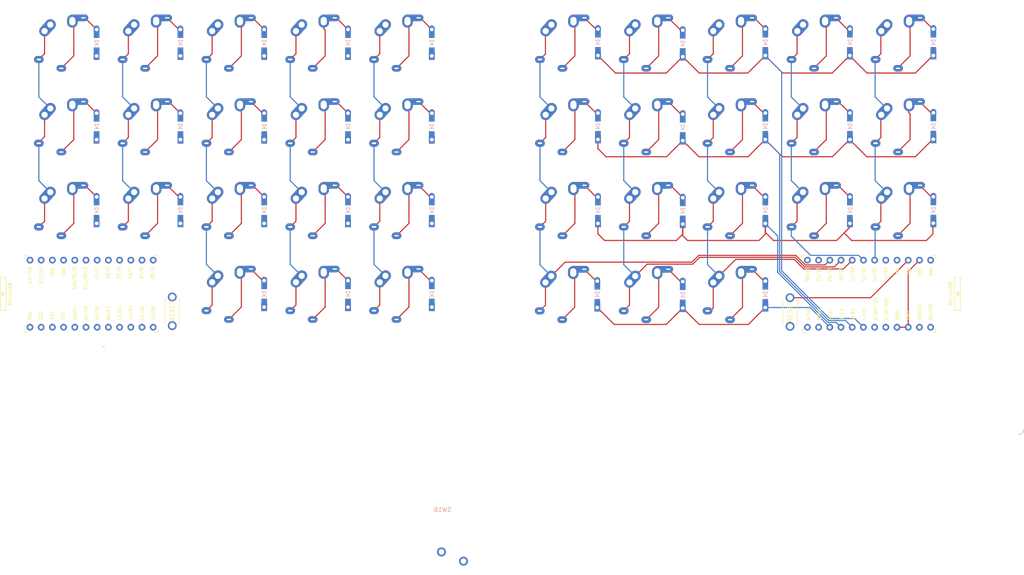
<source format=kicad_pcb>
(kicad_pcb (version 20211014) (generator pcbnew)
  (title_block (title "Corne Light") (date "2020-11-12") (rev "2.0") (company "foostan"))
  (layers (0 "F.Cu" signal) (31 "B.Cu" signal) (34 "B.Paste" user) (35 "F.Paste" user) (36 "B.SilkS" user "B.Silkscreen") (37 "F.SilkS" user "F.Silkscreen") (38 "B.Mask" user) (39 "F.Mask" user) (44 "Edge.Cuts" user))
  (net 0 "")
  (net 1 "row0")
  (net 2 "row1")
  (net 3 "Net-(D2-Pad2)")
  (net 4 "row2")
  (net 5 "Net-(D3-Pad2)")
  (net 6 "row3")
  (net 7 "Net-(D4-Pad2)")
  (net 8 "Net-(D5-Pad2)")
  (net 9 "Net-(D6-Pad2)")
  (net 10 "Net-(D8-Pad2)")
  (net 11 "Net-(D9-Pad2)")
  (net 12 "Net-(D10-Pad2)")
  (net 13 "Net-(D11-Pad2)")
  (net 14 "Net-(D12-Pad2)")
  (net 15 "Net-(D14-Pad2)")
  (net 16 "Net-(D15-Pad2)")
  (net 17 "Net-(D16-Pad2)")
  (net 18 "Net-(D17-Pad2)")
  (net 19 "Net-(D18-Pad2)")
  (net 20 "Net-(D19-Pad2)")
  (net 21 "Net-(D20-Pad2)")
  (net 22 "Net-(D21-Pad2)")
  (net 23 "GND")
  (net 24 "VCC")
  (net 25 "col0")
  (net 26 "col1")
  (net 27 "col2")
  (net 28 "col3")
  (net 29 "col4")
  (net 30 "col5")
  (net 31 "data")
  (net 32 "reset")
  (net 33 "SCL")
  (net 34 "SDA")
  (net 35 "Net-(U1-Pad14)")
  (net 36 "Net-(U1-Pad13)")
  (net 37 "Net-(U1-Pad12)")
  (net 38 "Net-(U1-Pad11)")
  (net 39 "Net-(U1-Pad24)")
  (net 40 "row0_r")
  (net 41 "Net-(D23-Pad2)")
  (net 42 "Net-(D24-Pad2)")
  (net 43 "Net-(D25-Pad2)")
  (net 44 "Net-(D26-Pad2)")
  (net 45 "Net-(D27-Pad2)")
  (net 46 "row1_r")
  (net 47 "Net-(D29-Pad2)")
  (net 48 "Net-(D30-Pad2)")
  (net 49 "Net-(D31-Pad2)")
  (net 50 "Net-(D32-Pad2)")
  (net 51 "Net-(D33-Pad2)")
  (net 52 "row2_r")
  (net 53 "Net-(D35-Pad2)")
  (net 54 "Net-(D36-Pad2)")
  (net 55 "Net-(D37-Pad2)")
  (net 56 "Net-(D38-Pad2)")
  (net 57 "Net-(D39-Pad2)")
  (net 58 "Net-(D40-Pad2)")
  (net 59 "row3_r")
  (net 60 "Net-(D41-Pad2)")
  (net 61 "Net-(D42-Pad2)")
  (net 62 "data_r")
  (net 63 "SDA_r")
  (net 64 "SCL_r")
  (net 65 "reset_r")
  (net 66 "col0_r")
  (net 67 "col1_r")
  (net 68 "col2_r")
  (net 69 "col3_r")
  (net 70 "col4_r")
  (net 71 "col5_r")
  (net 72 "Net-(U2-Pad24)")
  (net 73 "Net-(U2-Pad14)")
  (net 74 "Net-(U2-Pad13)")
  (net 75 "Net-(U2-Pad12)")
  (net 76 "Net-(U2-Pad11)")
  (net 77 "VDD")
  (net 78 "GNDA")
  (net 79 "Net-(U1-Pad1)")
  (net 80 "Net-(U2-Pad1)")
  (footprint "kbd:ResetSW_1side" (layer "F.Cu") (at 235.287089 100.0071 90)
    (fp_text reference "RSW2" hide)
    (fp_text value "SW_PUSH")
  )
  (footprint "kbd:keyswitch_cherrymx_alps_choc12_1u" (layer "F.Cu") (at 259.784847 38.795432)
    (fp_text reference "SW23" hide)
    (fp_text value "SW_PUSH" hide)
  )
  (footprint "kbd:keyswitch_cherrymx_alps_choc12_1u" (layer "F.Cu") (at 240.734847 38.795432)
    (fp_text reference "SW24" hide)
    (fp_text value "SW_PUSH" hide)
  )
  (footprint "kbd:keyswitch_cherrymx_alps_choc12_1u" (layer "F.Cu") (at 221.684847 38.795432)
    (fp_text reference "SW25" hide)
    (fp_text value "SW_PUSH" hide)
  )
  (footprint "kbd:keyswitch_cherrymx_alps_choc12_1u" (layer "F.Cu") (at 202.684847 38.795432)
    (fp_text reference "SW26" hide)
    (fp_text value "SW_PUSH" hide)
  )
  (footprint "kbd:keyswitch_cherrymx_alps_choc12_1u" (layer "F.Cu") (at 183.684847 38.795432)
    (fp_text reference "SW27" hide)
    (fp_text value "SW_PUSH" hide)
  )
  (footprint "kbd:keyswitch_cherrymx_alps_choc12_1u" (layer "F.Cu") (at 259.784847 57.795432)
    (fp_text reference "SW29" hide)
    (fp_text value "SW_PUSH" hide)
  )
  (footprint "kbd:keyswitch_cherrymx_alps_choc12_1u" (layer "F.Cu") (at 240.734847 57.795432)
    (fp_text reference "SW30" hide)
    (fp_text value "SW_PUSH" hide)
  )
  (footprint "kbd:keyswitch_cherrymx_alps_choc12_1u" (layer "F.Cu") (at 221.684847 57.795432)
    (fp_text reference "SW31" hide)
    (fp_text value "SW_PUSH" hide)
  )
  (footprint "kbd:keyswitch_cherrymx_alps_choc12_1u" (layer "F.Cu") (at 202.684847 57.795432)
    (fp_text reference "SW32" hide)
    (fp_text value "SW_PUSH" hide)
  )
  (footprint "kbd:keyswitch_cherrymx_alps_choc12_1u" (layer "F.Cu") (at 183.684847 57.795432)
    (fp_text reference "SW33" hide)
    (fp_text value "SW_PUSH" hide)
  )
  (footprint "kbd:keyswitch_cherrymx_alps_choc12_1u" (layer "F.Cu") (at 259.784847 76.795432)
    (fp_text reference "SW35" hide)
    (fp_text value "SW_PUSH" hide)
  )
  (footprint "kbd:keyswitch_cherrymx_alps_choc12_1u" (layer "F.Cu") (at 240.734847 76.795432)
    (fp_text reference "SW36" hide)
    (fp_text value "SW_PUSH" hide)
  )
  (footprint "kbd:keyswitch_cherrymx_alps_choc12_1u" (layer "F.Cu") (at 221.684847 76.795432)
    (fp_text reference "SW37" hide)
    (fp_text value "SW_PUSH" hide)
  )
  (footprint "kbd:keyswitch_cherrymx_alps_choc12_1u" (layer "F.Cu") (at 202.684847 76.795432)
    (fp_text reference "SW38" hide)
    (fp_text value "SW_PUSH" hide)
  )
  (footprint "kbd:keyswitch_cherrymx_alps_choc12_1u" (layer "F.Cu") (at 221.684847 95.845432)
    (fp_text reference "SW40" hide)
    (fp_text value "SW_PUSH" hide)
  )
  (footprint "kbd:keyswitch_cherrymx_alps_choc12_1u" (layer "F.Cu") (at 202.684847 95.845432)
    (fp_text reference "SW41" hide)
    (fp_text value "SW_PUSH" hide)
  )
  (footprint "kbd:keyswitch_cherrymx_alps_choc12_1u" (layer "F.Cu") (at 183.684847 76.795432)
    (fp_text reference "SW39" hide)
    (fp_text value "SW_PUSH" hide)
  )
  (footprint "kbd:ProMicro_v3" (layer "F.Cu") (at 77.4325 95.845432 90)
    (fp_text reference "U1" hide)
    (fp_text value "ProMicro" hide)
  )
  (footprint "kbd:ProMicro_v3" (layer "F.Cu") (at 252.6925 95.845432 -90)
    (fp_text reference "U2" hide)
    (fp_text value "ProMicro" hide)
  )
  (footprint "kbd:keyswitch_cherrymx_alps_choc12_1u" (layer "F.Cu") (at 146.0625 38.795432)
    (fp_text reference "SW6" hide)
    (fp_text value "SW_PUSH" hide)
  )
  (footprint "kbd:keyswitch_cherrymx_alps_choc12_1u" (layer "F.Cu") (at 127.0625 38.795432)
    (fp_text reference "SW5" hide)
    (fp_text value "SW_PUSH" hide)
  )
  (footprint "kbd:keyswitch_cherrymx_alps_choc12_1u" (layer "F.Cu") (at 108.0625 38.795432)
    (fp_text reference "SW4" hide)
    (fp_text value "SW_PUSH" hide)
  )
  (footprint "kbd:keyswitch_cherrymx_alps_choc12_1u" (layer "F.Cu") (at 89.0625 38.795432)
    (fp_text reference "SW3" hide)
    (fp_text value "SW_PUSH" hide)
  )
  (footprint "kbd:keyswitch_cherrymx_alps_choc12_1u" (layer "F.Cu") (at 70.0625 38.795432)
    (fp_text reference "SW2" hide)
    (fp_text value "SW_PUSH" hide)
  )
  (footprint "kbd:keyswitch_cherrymx_alps_choc12_1u" (layer "F.Cu") (at 146.0625 76.795432)
    (fp_text reference "SW18" hide)
    (fp_text value "SW_PUSH" hide)
  )
  (footprint "kbd:keyswitch_cherrymx_alps_choc12_1u" (layer "F.Cu") (at 146.0625 95.795432)
    (fp_text reference "SW21" hide)
    (fp_text value "SW_PUSH" hide)
  )
  (footprint "kbd:keyswitch_cherrymx_alps_choc12_1u" (layer "F.Cu") (at 127.0625 95.795432)
    (fp_text reference "SW20" hide)
    (fp_text value "SW_PUSH" hide)
  )
  (footprint "kbd:keyswitch_cherrymx_alps_choc12_1u" (layer "F.Cu") (at 108.0625 95.795432)
    (fp_text reference "SW19" hide)
    (fp_text value "SW_PUSH" hide)
  )
  (footprint "kbd:keyswitch_cherrymx_alps_choc12_1u" (layer "F.Cu") (at 127.0625 76.795432)
    (fp_text reference "SW17" hide)
    (fp_text value "SW_PUSH" hide)
  )
  (footprint "kbd:keyswitch_cherrymx_alps_choc12_1u" (layer "F.Cu") (at 108.0625 76.795432)
    (fp_text reference "SW16" hide)
    (fp_text value "SW_PUSH" hide)
  )
  (footprint "kbd:keyswitch_cherrymx_alps_choc12_1u" (layer "F.Cu") (at 89.0625 76.795432)
    (fp_text reference "SW15" hide)
    (fp_text value "SW_PUSH" hide)
  )
  (footprint "kbd:keyswitch_cherrymx_alps_choc12_1u" (layer "F.Cu") (at 70.0625 76.795432)
    (fp_text reference "SW14" hide)
    (fp_text value "SW_PUSH" hide)
  )
  (footprint "kbd:keyswitch_cherrymx_alps_choc12_1u" (layer "F.Cu") (at 146.0625 57.795432)
    (fp_text reference "SW12" hide)
    (fp_text value "SW_PUSH" hide)
  )
  (footprint "kbd:keyswitch_cherrymx_alps_choc12_1u" (layer "F.Cu") (at 127.0625 57.795432)
    (fp_text reference "SW11" hide)
    (fp_text value "SW_PUSH" hide)
  )
  (footprint "kbd:keyswitch_cherrymx_alps_choc12_1u" (layer "F.Cu") (at 108.0625 57.795432)
    (fp_text reference "SW10" hide)
    (fp_text value "SW_PUSH" hide)
  )
  (footprint "kbd:keyswitch_cherrymx_alps_choc12_1u" (layer "F.Cu") (at 89.0625 57.795432)
    (fp_text reference "SW9" hide)
    (fp_text value "SW_PUSH" hide)
  )
  (footprint "kbd:keyswitch_cherrymx_alps_choc12_1u" (layer "F.Cu") (at 70.0625 57.795432)
    (fp_text reference "SW8" hide)
    (fp_text value "SW_PUSH" hide)
  )
  (footprint "kbd:keyswitch_cherrymx_alps_choc12_1u" (layer "F.Cu") (at 183.634847 95.845432)
    (fp_text reference "SW42" hide)
    (fp_text value "SW_PUSH" hide)
  )
  (footprint "kbd:ResetSW_1side" (layer "F.Cu") (at 95.2125 99.845 -90)
    (fp_text reference "RSW1" hide)
    (fp_text value "SW_PUSH")
  )
  (footprint "Kailh:SW_PG1350_nonrev_DPB" (layer "F.Cu") (at 161.2525 150.645)
    (fp_text reference "SW16" hide)
    (fp_text value "SW_Push" hide)
  )
  (footprint "kbd:D3_TH_SMD_v2" (layer "B.Cu") (at 248.86826 76.895432 90)
    (fp_text reference "D36" hide)
    (fp_text value "D" hide)
  )
  (footprint "kbd:D3_TH_SMD_v2" (layer "B.Cu") (at 229.684847 76.895432 90)
    (fp_text reference "D37" hide)
    (fp_text value "D" hide)
  )
  (footprint "kbd:D3_TH_SMD_v2" (layer "B.Cu") (at 210.960896 77.045432 90)
    (fp_text reference "D38" hide)
    (fp_text value "D" hide)
  )
  (footprint "kbd:D3_TH_SMD_v2" (layer "B.Cu") (at 191.7325 76.895432 90)
    (fp_text reference "D39" hide)
    (fp_text value "D" hide)
  )
  (footprint "kbd:D3_TH_SMD_v2" (layer "B.Cu") (at 229.684847 95.980432 90)
    (fp_text reference "D40" hide)
    (fp_text value "D" hide)
  )
  (footprint "kbd:D3_TH_SMD_v2" (layer "B.Cu") (at 210.960896 96.095432 90)
    (fp_text reference "D41" hide)
    (fp_text value "D" hide)
  )
  (footprint "kbd:D3_TH_SMD_v2" (layer "B.Cu") (at 191.584847 95.980432 90)
    (fp_text reference "D42" hide)
    (fp_text value "D" hide)
  )
  (footprint "kbd:D3_TH_SMD_v2" (layer "B.Cu") (at 267.784847 38.795432 90)
    (fp_text reference "D23" hide)
    (fp_text value "D" hide)
  )
  (footprint "kbd:D3_TH_SMD_v2" (layer "B.Cu") (at 248.86826 38.795432 90)
    (fp_text reference "D24" hide)
    (fp_text value "D" hide)
  )
  (footprint "kbd:D3_TH_SMD_v2" (layer "B.Cu") (at 229.684847 38.795432 90)
    (fp_text reference "D25" hide)
    (fp_text value "D" hide)
  )
  (footprint "kbd:D3_TH_SMD_v2" (layer "B.Cu") (at 210.960896 39.045432 90)
    (fp_text reference "D26" hide)
    (fp_text value "D" hide)
  )
  (footprint "kbd:D3_TH_SMD_v2" (layer "B.Cu") (at 191.7325 38.795432 90)
    (fp_text reference "D27" hide)
    (fp_text value "D" hide)
  )
  (footprint "kbd:D3_TH_SMD_v2" (layer "B.Cu") (at 267.784847 57.795432 90)
    (fp_text reference "D29" hide)
    (fp_text value "D" hide)
  )
  (footprint "kbd:D3_TH_SMD_v2" (layer "B.Cu") (at 248.86826 57.845432 90)
    (fp_text reference "D30" hide)
    (fp_text value "D" hide)
  )
  (footprint "kbd:D3_TH_SMD_v2" (layer "B.Cu") (at 229.684847 57.845432 90)
    (fp_text reference "D31" hide)
    (fp_text value "D" hide)
  )
  (footprint "kbd:D3_TH_SMD_v2" (layer "B.Cu") (at 210.960896 58.095432 90)
    (fp_text reference "D32" hide)
    (fp_text value "D" hide)
  )
  (footprint "kbd:D3_TH_SMD_v2" (layer "B.Cu") (at 78.0625 76.885 90)
    (fp_text reference "D14" hide)
    (fp_text value "D" hide)
  )
  (footprint "kbd:D3_TH_SMD_v2" (layer "B.Cu") (at 78.0625 57.885 90)
    (fp_text reference "D8" hide)
    (fp_text value "D" hide)
  )
  (footprint "kbd:D3_TH_SMD_v2" (layer "B.Cu") (at 78.0625 38.885 90)
    (fp_text reference "D2" hide)
    (fp_text value "D" hide)
  )
  (footprint "kbd:D3_TH_SMD_v2" (layer "B.Cu") (at 191.7325 57.845432 90)
    (fp_text reference "D33" hide)
    (fp_text value "D" hide)
  )
  (footprint "kbd:D3_TH_SMD_v2" (layer "B.Cu") (at 154.0625 95.885 90)
    (fp_text reference "D21" hide)
    (fp_text value "D" hide)
  )
  (footprint "kbd:D3_TH_SMD_v2" (layer "B.Cu") (at 135.0625 95.885 90)
    (fp_text reference "D20" hide)
    (fp_text value "D" hide)
  )
  (footprint "kbd:D3_TH_SMD_v2" (layer "B.Cu") (at 116.0625 95.885 90)
    (fp_text reference "D19" hide)
    (fp_text value "D" hide)
  )
  (footprint "kbd:D3_TH_SMD_v2" (layer "B.Cu") (at 154.0625 76.885 90)
    (fp_text reference "D18" hide)
    (fp_text value "D" hide)
  )
  (footprint "kbd:D3_TH_SMD_v2" (layer "B.Cu") (at 135.0625 76.885 90)
    (fp_text reference "D17" hide)
    (fp_text value "D" hide)
  )
  (footprint "kbd:D3_TH_SMD_v2" (layer "B.Cu") (at 116.0625 76.885 90)
    (fp_text reference "D16" hide)
    (fp_text value "D" hide)
  )
  (footprint "kbd:D3_TH_SMD_v2" (layer "B.Cu") (at 97.0625 76.885 90)
    (fp_text reference "D15" hide)
    (fp_text value "D" hide)
  )
  (footprint "kbd:D3_TH_SMD_v2" (layer "B.Cu") (at 154.0625 57.885 90)
    (fp_text reference "D12" hide)
    (fp_text value "D" hide)
  )
  (footprint "kbd:D3_TH_SMD_v2" (layer "B.Cu") (at 135.0625 57.885 90)
    (fp_text reference "D11" hide)
    (fp_text value "D" hide)
  )
  (footprint "kbd:D3_TH_SMD_v2" (layer "B.Cu") (at 116.0625 57.885 90)
    (fp_text reference "D10" hide)
    (fp_text value "D" hide)
  )
  (footprint "kbd:D3_TH_SMD_v2" (layer "B.Cu") (at 97.0625 57.885 90)
    (fp_text reference "D9" hide)
    (fp_text value "D" hide)
  )
  (footprint "kbd:D3_TH_SMD_v2" (layer "B.Cu") (at 154.0625 38.885 90)
    (fp_text reference "D6" hide)
    (fp_text value "D" hide)
  )
  (footprint "kbd:D3_TH_SMD_v2" (layer "B.Cu") (at 135.0625 38.885 90)
    (fp_text reference "D5" hide)
    (fp_text value "D" hide)
  )
  (footprint "kbd:D3_TH_SMD_v2" (layer "B.Cu") (at 116.0625 38.885 90)
    (fp_text reference "D4" hide)
    (fp_text value "D" hide)
  )
  (footprint "kbd:D3_TH_SMD_v2" (layer "B.Cu") (at 97.0625 38.885 90)
    (fp_text reference "D3" hide)
    (fp_text value "D" hide)
  )
  (footprint "kbd:D3_TH_SMD_v2" (layer "B.Cu") (at 267.784847 76.845432 90)
    (fp_text reference "D35" hide)
    (fp_text value "D" hide)
  )
  (gr_line (start 288.241173 126.868249) (end 288.264033 126.644729) (layer "Edge.Cuts") (width 0.2))
  (gr_line (start 288.073533 127.277188) (end 288.177673 127.081609) (layer "Edge.Cuts") (width 0.2))
  (gr_line (start 287.933833 127.449908) (end 288.073533 127.277188) (layer "Edge.Cuts") (width 0.2))
  (gr_line (start 287.761114 127.589608) (end 287.933833 127.449908) (layer "Edge.Cuts") (width 0.2))
  (gr_line (start 287.126114 127.785188) (end 287.131194 127.785188) (layer "Edge.Cuts") (width 0.2))
  (gr_line (start 79.481319 107.782708) (end 79.595619 107.869068) (layer "Edge.Cuts") (width 0.2))
  (gr_line (start 287.131194 127.785188) (end 287.354714 127.762328) (layer "Edge.Cuts") (width 0.2))
  (gr_line (start 79.745479 107.922407) (end 79.834379 107.930027) (layer "Edge.Cuts") (width 0.2))
  (gr_line (start 288.177673 127.081609) (end 288.241173 126.868249) (layer "Edge.Cuts") (width 0.2))
  (gr_line (start 287.565534 127.696288) (end 287.761114 127.589608) (layer "Edge.Cuts") (width 0.2))
  (gr_line (start 79.595619 107.869068) (end 79.745479 107.922407) (layer "Edge.Cuts") (width 0.2))
  (gr_line (start 287.354714 127.762328) (end 287.565534 127.696288) (layer "Edge.Cuts") (width 0.2))
  (segment (start 75.0625 33.245432) (end 75.422932 33.245432) (width 0.25) (layer "F.Cu") (net 3))
  (segment (start 75.422932 33.245432) (end 78.0625 35.885) (width 0.25) (layer "F.Cu") (net 3))
  (segment (start 72.5625 33.995432) (end 72.887021 34.319953) (width 0.25) (layer "F.Cu") (net 3))
  (segment (start 72.887021 34.319953) (end 72.887021 41.870911) (width 0.25) (layer "F.Cu") (net 3))
  (segment (start 72.887021 41.870911) (end 70.0625 44.695432) (width 0.25) (layer "F.Cu") (net 3))
  (segment (start 91.887021 41.870911) (end 89.0625 44.695432) (width 0.25) (layer "F.Cu") (net 5))
  (segment (start 94.0625 33.245432) (end 96.702068 35.885) (width 0.25) (layer "F.Cu") (net 5))
  (segment (start 91.887021 34.319953) (end 91.887021 41.870911) (width 0.25) (layer "F.Cu") (net 5))
  (segment (start 96.702068 35.885) (end 97.0625 35.885) (width 0.25) (layer "F.Cu") (net 5))
  (segment (start 91.5625 33.995432) (end 91.887021 34.319953) (width 0.25) (layer "F.Cu") (net 5))
  (segment (start 110.5625 33.995432) (end 110.887021 34.319953) (width 0.25) (layer "F.Cu") (net 7))
  (segment (start 110.887021 41.870911) (end 108.0625 44.695432) (width 0.25) (layer "F.Cu") (net 7))
  (segment (start 110.887021 34.319953) (end 110.887021 41.870911) (width 0.25) (layer "F.Cu") (net 7))
  (segment (start 113.422932 33.245432) (end 116.0625 35.885) (width 0.25) (layer "F.Cu") (net 7))
  (segment (start 113.0625 33.245432) (end 113.422932 33.245432) (width 0.25) (layer "F.Cu") (net 7))
  (segment (start 129.5625 35.720432) (end 129.887021 36.044953) (width 0.25) (layer "F.Cu") (net 8))
  (segment (start 132.0625 33.245432) (end 132.422932 33.245432) (width 0.25) (layer "F.Cu") (net 8))
  (segment (start 132.422932 33.245432) (end 135.0625 35.885) (width 0.25) (layer "F.Cu") (net 8))
  (segment (start 129.887021 36.044953) (end 129.887021 41.870911) (width 0.25) (layer "F.Cu") (net 8))
  (segment (start 129.887021 41.870911) (end 127.0625 44.695432) (width 0.25) (layer "F.Cu") (net 8))
  (segment (start 129.5625 33.995432) (end 129.5625 35.720432) (width 0.25) (layer "F.Cu") (net 8))
  (segment (start 148.5625 33.995432) (end 148.887021 34.319953) (width 0.25) (layer "F.Cu") (net 9))
  (segment (start 148.887021 34.319953) (end 148.887021 41.870911) (width 0.25) (layer "F.Cu") (net 9))
  (segment (start 151.422932 33.245432) (end 154.0625 35.885) (width 0.25) (layer "F.Cu") (net 9))
  (segment (start 151.0625 33.245432) (end 151.422932 33.245432) (width 0.25) (layer "F.Cu") (net 9))
  (segment (start 148.887021 41.870911) (end 146.0625 44.695432) (width 0.25) (layer "F.Cu") (net 9))
  (segment (start 72.887021 53.319953) (end 72.887021 60.870911) (width 0.25) (layer "F.Cu") (net 10))
  (segment (start 75.422932 52.245432) (end 78.0625 54.885) (width 0.25) (layer "F.Cu") (net 10))
  (segment (start 72.887021 60.870911) (end 70.0625 63.695432) (width 0.25) (layer "F.Cu") (net 10))
  (segment (start 72.5625 52.995432) (end 72.887021 53.319953) (width 0.25) (layer "F.Cu") (net 10))
  (segment (start 75.0625 52.245432) (end 75.422932 52.245432) (width 0.25) (layer "F.Cu") (net 10))
  (segment (start 94.422932 52.245432) (end 97.0625 54.885) (width 0.25) (layer "F.Cu") (net 11))
  (segment (start 91.887021 53.319953) (end 91.887021 60.870911) (width 0.25) (layer "F.Cu") (net 11))
  (segment (start 91.5625 52.995432) (end 91.887021 53.319953) (width 0.25) (layer "F.Cu") (net 11))
  (segment (start 94.0625 52.245432) (end 94.422932 52.245432) (width 0.25) (layer "F.Cu") (net 11))
  (segment (start 91.887021 60.870911) (end 89.0625 63.695432) (width 0.25) (layer "F.Cu") (net 11))
  (segment (start 115.702068 54.885) (end 116.0625 54.885) (width 0.25) (layer "F.Cu") (net 12))
  (segment (start 113.0625 52.245432) (end 115.702068 54.885) (width 0.25) (layer "F.Cu") (net 12))
  (segment (start 110.887021 60.870911) (end 108.0625 63.695432) (width 0.25) (layer "F.Cu") (net 12))
  (segment (start 110.887021 53.319953) (end 110.887021 60.870911) (width 0.25) (layer "F.Cu") (net 12))
  (segment (start 110.5625 52.995432) (end 110.887021 53.319953) (width 0.25) (layer "F.Cu") (net 12))
  (segment (start 129.5625 52.995432) (end 129.887021 53.319953) (width 0.25) (layer "F.Cu") (net 13))
  (segment (start 129.887021 60.870911) (end 127.0625 63.695432) (width 0.25) (layer "F.Cu") (net 13))
  (segment (start 132.0625 52.245432) (end 132.422932 52.245432) (width 0.25) (layer "F.Cu") (net 13))
  (segment (start 129.887021 53.319953) (end 129.887021 60.870911) (width 0.25) (layer "F.Cu") (net 13))
  (segment (start 132.422932 52.245432) (end 135.0625 54.885) (width 0.25) (layer "F.Cu") (net 13))
  (segment (start 148.887021 53.319953) (end 148.887021 60.870911) (width 0.25) (layer "F.Cu") (net 14))
  (segment (start 148.887021 60.870911) (end 146.0625 63.695432) (width 0.25) (layer "F.Cu") (net 14))
  (segment (start 153.702068 54.885) (end 154.0625 54.885) (width 0.25) (layer "F.Cu") (net 14))
  (segment (start 151.0625 52.245432) (end 153.702068 54.885) (width 0.25) (layer "F.Cu") (net 14))
  (segment (start 148.5625 52.995432) (end 148.887021 53.319953) (width 0.25) (layer "F.Cu") (net 14))
  (segment (start 72.887021 79.870911) (end 70.0625 82.695432) (width 0.25) (layer "F.Cu") (net 15))
  (segment (start 75.422932 71.245432) (end 78.0625 73.885) (width 0.25) (layer "F.Cu") (net 15))
  (segment (start 75.0625 71.245432) (end 75.422932 71.245432) (width 0.25) (layer "F.Cu") (net 15))
  (segment (start 72.887021 72.319953) (end 72.887021 79.870911) (width 0.25) (layer "F.Cu") (net 15))
  (segment (start 72.5625 71.995432) (end 72.887021 72.319953) (width 0.25) (layer "F.Cu") (net 15))
  (segment (start 91.5625 71.995432) (end 91.887021 72.319953) (width 0.25) (layer "F.Cu") (net 16))
  (segment (start 94.0625 71.245432) (end 96.702068 73.885) (width 0.25) (layer "F.Cu") (net 16))
  (segment (start 96.702068 73.885) (end 97.0625 73.885) (width 0.25) (layer "F.Cu") (net 16))
  (segment (start 91.887021 72.319953) (end 91.887021 79.870911) (width 0.25) (layer "F.Cu") (net 16))
  (segment (start 91.887021 79.870911) (end 89.0625 82.695432) (width 0.25) (layer "F.Cu") (net 16))
  (segment (start 113.0625 71.245432) (end 113.422932 71.245432) (width 0.25) (layer "F.Cu") (net 17))
  (segment (start 110.887021 79.870911) (end 108.0625 82.695432) (width 0.25) (layer "F.Cu") (net 17))
  (segment (start 113.422932 71.245432) (end 116.0625 73.885) (width 0.25) (layer "F.Cu") (net 17))
  (segment (start 110.5625 71.995432) (end 110.887021 72.319953) (width 0.25) (layer "F.Cu") (net 17))
  (segment (start 110.887021 72.319953) (end 110.887021 79.870911) (width 0.25) (layer "F.Cu") (net 17))
  (segment (start 132.0625 71.245432) (end 132.422932 71.245432) (width 0.25) (layer "F.Cu") (net 18))
  (segment (start 129.5625 71.995432) (end 129.887021 72.319953) (width 0.25) (layer "F.Cu") (net 18))
  (segment (start 129.887021 79.870911) (end 127.0625 82.695432) (width 0.25) (layer "F.Cu") (net 18))
  (segment (start 129.887021 72.319953) (end 129.887021 79.870911) (width 0.25) (layer "F.Cu") (net 18))
  (segment (start 132.422932 71.245432) (end 135.0625 73.885) (width 0.25) (layer "F.Cu") (net 18))
  (segment (start 151.0625 71.245432) (end 153.702068 73.885) (width 0.25) (layer "F.Cu") (net 19))
  (segment (start 148.887021 79.870911) (end 146.0625 82.695432) (width 0.25) (layer "F.Cu") (net 19))
  (segment (start 148.5625 71.995432) (end 148.887021 72.319953) (width 0.25) (layer "F.Cu") (net 19))
  (segment (start 153.702068 73.885) (end 154.0625 73.885) (width 0.25) (layer "F.Cu") (net 19))
  (segment (start 148.887021 72.319953) (end 148.887021 79.870911) (width 0.25) (layer "F.Cu") (net 19))
  (segment (start 110.5625 90.995432) (end 110.887021 91.319953) (width 0.25) (layer "F.Cu") (net 20))
  (segment (start 113.0625 90.245432) (end 115.702068 92.885) (width 0.25) (layer "F.Cu") (net 20))
  (segment (start 115.702068 92.885) (end 116.0625 92.885) (width 0.25) (layer "F.Cu") (net 20))
  (segment (start 110.887021 91.319953) (end 110.887021 98.870911) (width 0.25) (layer "F.Cu") (net 20))
  (segment (start 110.887021 98.870911) (end 108.0625 101.695432) (width 0.25) (layer "F.Cu") (net 20))
  (segment (start 129.887021 91.319953) (end 129.887021 98.870911) (width 0.25) (layer "F.Cu") (net 21))
  (segment (start 132.422932 90.245432) (end 135.0625 92.885) (width 0.25) (layer "F.Cu") (net 21))
  (segment (start 129.5625 90.995432) (end 129.887021 91.319953) (width 0.25) (layer "F.Cu") (net 21))
  (segment (start 129.887021 98.870911) (end 127.0625 101.695432) (width 0.25) (layer "F.Cu") (net 21))
  (segment (start 132.0625 90.245432) (end 132.422932 90.245432) (width 0.25) (layer "F.Cu") (net 21))
  (segment (start 153.702068 92.885) (end 154.0625 92.885) (width 0.25) (layer "F.Cu") (net 22))
  (segment (start 148.887021 98.870911) (end 146.0625 101.695432) (width 0.25) (layer "F.Cu") (net 22))
  (segment (start 151.0625 90.245432) (end 153.702068 92.885) (width 0.25) (layer "F.Cu") (net 22))
  (segment (start 148.5625 90.995432) (end 148.887021 91.319953) (width 0.25) (layer "F.Cu") (net 22))
  (segment (start 148.887021 91.319953) (end 148.887021 98.870911) (width 0.25) (layer "F.Cu") (net 22))
  (segment (start 66.2625 60.215) (end 64.7325 61.745) (width 0.25) (layer "F.Cu") (net 26))
  (segment (start 66.2625 41.395432) (end 64.9625 42.695432) (width 0.25) (layer "F.Cu") (net 26))
  (segment (start 66.2625 79.395432) (end 64.9625 80.695432) (width 0.25) (layer "F.Cu") (net 26))
  (segment (start 66.2625 55.245432) (end 66.2625 60.215) (width 0.25) (layer "F.Cu") (net 26))
  (segment (start 66.2625 74.245432) (end 66.2625 79.395432) (width 0.25) (layer "F.Cu") (net 26))
  (segment (start 66.2625 36.245432) (end 66.2625 41.395432) (width 0.25) (layer "F.Cu") (net 26))
  (segment (start 64.9625 70.195432) (end 67.5625 72.795432) (width 0.25) (layer "B.Cu") (net 26))
  (segment (start 64.9625 51.195432) (end 67.5625 53.795432) (width 0.25) (layer "B.Cu") (net 26))
  (segment (start 64.9625 61.695432) (end 64.9625 70.195432) (width 0.25) (layer "B.Cu") (net 26))
  (segment (start 64.9625 42.695432) (end 64.9625 51.195432) (width 0.25) (layer "B.Cu") (net 26))
  (segment (start 85.2625 79.395432) (end 83.9625 80.695432) (width 0.25) (layer "F.Cu") (net 27))
  (segment (start 85.2625 74.245432) (end 85.2625 79.395432) (width 0.25) (layer "F.Cu") (net 27))
  (segment (start 85.2625 60.395432) (end 83.9625 61.695432) (width 0.25) (layer "F.Cu") (net 27))
  (segment (start 85.2625 41.395432) (end 83.9625 42.695432) (width 0.25) (layer "F.Cu") (net 27))
  (segment (start 85.2625 55.245432) (end 85.2625 60.395432) (width 0.25) (layer "F.Cu") (net 27))
  (segment (start 85.2625 36.245432) (end 85.2625 41.395432) (width 0.25) (layer "F.Cu") (net 27))
  (segment (start 83.9625 61.695432) (end 83.9625 70.195432) (width 0.25) (layer "B.Cu") (net 27))
  (segment (start 83.9625 70.195432) (end 86.5625 72.795432) (width 0.25) (layer "B.Cu") (net 27))
  (segment (start 83.9625 42.695432) (end 83.9625 51.195432) (width 0.25) (layer "B.Cu") (net 27))
  (segment (start 83.9625 51.195432) (end 86.5625 53.795432) (width 0.25) (layer "B.Cu") (net 27))
  (segment (start 104.2625 55.245432) (end 104.2625 60.395432) (width 0.25) (layer "F.Cu") (net 28))
  (segment (start 104.2625 60.395432) (end 102.9625 61.695432) (width 0.25) (layer "F.Cu") (net 28))
  (segment (start 104.2625 41.395432) (end 102.9625 42.695432) (width 0.25) (layer "F.Cu") (net 28))
  (segment (start 104.2625 74.245432) (end 104.2625 79.395432) (width 0.25) (layer "F.Cu") (net 28))
  (segment (start 104.2625 79.395432) (end 102.9625 80.695432) (width 0.25) (layer "F.Cu") (net 28))
  (segment (start 104.2625 98.395432) (end 102.9625 99.695432) (width 0.25) (layer "F.Cu") (net 28))
  (segment (start 104.2625 93.245432) (end 104.2625 98.395432) (width 0.25) (layer "F.Cu") (net 28))
  (segment (start 104.2625 36.245432) (end 104.2625 41.395432) (width 0.25) (layer "F.Cu") (net 28))
  (segment (start 102.9625 89.195432) (end 105.5625 91.795432) (width 0.25) (layer "B.Cu") (net 28))
  (segment (start 102.9625 51.195432) (end 105.5625 53.795432) (width 0.25) (layer "B.Cu") (net 28))
  (segment (start 102.9625 80.695432) (end 102.9625 89.195432) (width 0.25) (layer "B.Cu") (net 28))
  (segment (start 102.9625 42.695432) (end 102.9625 51.195432) (width 0.25) (layer "B.Cu") (net 28))
  (segment (start 102.9625 70.195432) (end 105.5625 72.795432) (width 0.25) (layer "B.Cu") (net 28))
  (segment (start 102.9625 61.695432) (end 102.9625 70.195432) (width 0.25) (layer "B.Cu") (net 28))
  (segment (start 123.2625 60.395432) (end 121.9625 61.695432) (width 0.25) (layer "F.Cu") (net 29))
  (segment (start 123.2625 98.395432) (end 121.9625 99.695432) (width 0.25) (layer "F.Cu") (net 29))
  (segment (start 123.2625 41.395432) (end 121.9625 42.695432) (width 0.25) (layer "F.Cu") (net 29))
  (segment (start 123.2625 79.395432) (end 121.9625 80.695432) (width 0.25) (layer "F.Cu") (net 29))
  (segment (start 123.2625 93.245432) (end 123.2625 98.395432) (width 0.25) (layer "F.Cu") (net 29))
  (segment (start 123.2625 74.245432) (end 123.2625 79.395432) (width 0.25) (layer "F.Cu") (net 29))
  (segment (start 123.2625 36.245432) (end 123.2625 41.395432) (width 0.25) (layer "F.Cu") (net 29))
  (segment (start 123.2625 55.245432) (end 123.2625 60.395432) (width 0.25) (layer "F.Cu") (net 29))
  (segment (start 121.9625 51.195432) (end 124.5625 53.795432) (width 0.25) (layer "B.Cu") (net 29))
  (segment (start 121.9625 70.195432) (end 124.5625 72.795432) (width 0.25) (layer "B.Cu") (net 29))
  (segment (start 121.9625 89.195432) (end 124.5625 91.795432) (width 0.25) (layer "B.Cu") (net 29))
  (segment (start 121.9625 42.695432) (end 121.9625 51.195432) (width 0.25) (layer "B.Cu") (net 29))
  (segment (start 121.9625 61.695432) (end 121.9625 70.195432) (width 0.25) (layer "B.Cu") (net 29))
  (segment (start 121.9625 80.695432) (end 121.9625 89.195432) (width 0.25) (layer "B.Cu") (net 29))
  (segment (start 142.2625 98.395432) (end 140.9625 99.695432) (width 0.25) (layer "F.Cu") (net 30))
  (segment (start 142.2625 74.245432) (end 142.2625 79.395432) (width 0.25) (layer "F.Cu") (net 30))
  (segment (start 142.2625 60.395432) (end 140.9625 61.695432) (width 0.25) (layer "F.Cu") (net 30))
  (segment (start 142.2625 79.395432) (end 140.9625 80.695432) (width 0.25) (layer "F.Cu") (net 30))
  (segment (start 142.2625 41.395432) (end 140.9625 42.695432) (width 0.25) (layer "F.Cu") (net 30))
  (segment (start 142.2625 93.245432) (end 142.2625 98.395432) (width 0.25) (layer "F.Cu") (net 30))
  (segment (start 142.2625 36.245432) (end 142.2625 41.395432) (width 0.25) (layer "F.Cu") (net 30))
  (segment (start 142.2625 55.245432) (end 142.2625 60.395432) (width 0.25) (layer "F.Cu") (net 30))
  (segment (start 140.9625 61.695432) (end 140.9625 70.195432) (width 0.25) (layer "B.Cu") (net 30))
  (segment (start 140.9625 42.695432) (end 140.9625 51.195432) (width 0.25) (layer "B.Cu") (net 30))
  (segment (start 140.9625 80.695432) (end 140.9625 89.195432) (width 0.25) (layer "B.Cu") (net 30))
  (segment (start 140.9625 51.195432) (end 143.5625 53.795432) (width 0.25) (layer "B.Cu") (net 30))
  (segment (start 140.9625 89.195432) (end 143.5625 91.795432) (width 0.25) (layer "B.Cu") (net 30))
  (segment (start 140.9625 70.195432) (end 143.5625 72.795432) (width 0.25) (layer "B.Cu") (net 30))
  (segment locked (start 244.84374 45.769952) (end 233.609367 45.769952) (width 0.25) (layer "F.Cu") (net 40))
  (segment locked (start 263.710327 45.769952) (end 252.74278 45.769952) (width 0.25) (layer "F.Cu") (net 40))
  (segment locked (start 210.960896 42.045432) (end 207.236376 45.769952) (width 0.25) (layer "F.Cu") (net 40))
  (segment locked (start 252.74278 45.769952) (end 248.76826 41.795432) (width 0.25) (layer "F.Cu") (net 40))
  (segment locked (start 214.685416 45.769952) (end 210.960896 42.045432) (width 0.25) (layer "F.Cu") (net 40))
  (segment locked (start 207.236376 45.769952) (end 195.70702 45.769952) (width 0.25) (layer "F.Cu") (net 40))
  (segment locked (start 225.710327 45.769952) (end 214.685416 45.769952) (width 0.25) (layer "F.Cu") (net 40))
  (segment locked (start 248.81826 41.795432) (end 244.84374 45.769952) (width 0.25) (layer "F.Cu") (net 40))
  (segment locked (start 233.609367 45.769952) (end 229.634847 41.795432) (width 0.25) (layer "F.Cu") (net 40))
  (segment locked (start 195.70702 45.769952) (end 191.7325 41.795432) (width 0.25) (layer "F.Cu") (net 40))
  (segment locked (start 267.684847 41.795432) (end 263.710327 45.769952) (width 0.25) (layer "F.Cu") (net 40))
  (segment locked (start 229.684847 41.795432) (end 225.710327 45.769952) (width 0.25) (layer "F.Cu") (net 40))
  (segment locked (start 233.431997 90.671175) (end 244.232103 101.471281) (width 0.25) (layer "B.Cu") (net 40))
  (segment locked (start 229.634847 41.795432) (end 233.381997 45.542582) (width 0.25) (layer "B.Cu") (net 40))
  (segment locked (start 233.381997 45.542582) (end 233.381997 90.671175) (width 0.25) (layer "B.Cu") (net 40))
  (segment locked (start 249.944949 101.471281) (end 251.9305 103.456832) (width 0.25) (layer "B.Cu") (net 40))
  (segment locked (start 244.232103 101.471281) (end 249.944949 101.471281) (width 0.25) (layer "B.Cu") (net 40))
  (segment locked (start 262.509368 41.870911) (end 259.684847 44.695432) (width 0.25) (layer "F.Cu") (net 41))
  (segment locked (start 264.684847 33.245432) (end 265.134847 33.245432) (width 0.25) (layer "F.Cu") (net 41))
  (segment locked (start 265.134847 33.245432) (end 267.684847 35.795432) (width 0.25) (layer "F.Cu") (net 41))
  (segment locked (start 262.509368 34.319953) (end 262.509368 41.870911) (width 0.25) (layer "F.Cu") (net 41))
  (segment locked (start 262.184847 33.995432) (end 262.509368 34.319953) (width 0.25) (layer "F.Cu") (net 41))
  (segment locked (start 243.509368 41.870911) (end 240.684847 44.695432) (width 0.25) (layer "F.Cu") (net 42))
  (segment locked (start 243.509368 34.319953) (end 243.509368 41.870911) (width 0.25) (layer "F.Cu") (net 42))
  (segment locked (start 245.684847 33.245432) (end 248.234847 35.795432) (width 0.25) (layer "F.Cu") (net 42))
  (segment locked (start 243.184847 33.995432) (end 243.509368 34.319953) (width 0.25) (layer "F.Cu") (net 42))
  (segment locked (start 248.234847 35.795432) (end 248.81826 35.795432) (width 0.25) (layer "F.Cu") (net 42))
  (segment locked (start 227.134847 33.245432) (end 229.684847 35.795432) (width 0.25) (layer "F.Cu") (net 43))
  (segment locked (start 224.509368 34.319953) (end 224.509368 41.870911) (width 0.25) (layer "F.Cu") (net 43))
  (segment locked (start 224.184847 33.995432) (end 224.509368 34.319953) (width 0.25) (layer "F.Cu") (net 43))
  (segment locked (start 226.684847 33.245432) (end 227.134847 33.245432) (width 0.25) (layer "F.Cu") (net 43))
  (segment locked (start 224.509368 41.870911) (end 221.684847 44.695432) (width 0.25) (layer "F.Cu") (net 43))
  (segment locked (start 205.509368 34.319953) (end 205.509368 41.870911) (width 0.25) (layer "F.Cu") (net 44))
  (segment locked (start 207.684847 33.245432) (end 210.484847 36.045432) (width 0.25) (layer "F.Cu") (net 44))
  (segment locked (start 205.184847 33.995432) (end 205.509368 34.319953) (width 0.25) (layer "F.Cu") (net 44))
  (segment locked (start 210.484847 36.045432) (end 210.960896 36.045432) (width 0.25) (layer "F.Cu") (net 44))
  (segment locked (start 205.509368 41.870911) (end 202.684847 44.695432) (width 0.25) (layer "F.Cu") (net 44))
  (segment locked (start 186.509368 34.319953) (end 186.509368 41.870911) (width 0.25) (layer "F.Cu") (net 45))
  (segment locked (start 190.984847 35.545432) (end 191.7325 35.545432) (width 0.25) (layer "F.Cu") (net 45))
  (segment locked (start 188.684847 33.245432) (end 190.984847 35.545432) (width 0.25) (layer "F.Cu") (net 45))
  (segment locked (start 186.509368 41.870911) (end 183.684847 44.695432) (width 0.25) (layer "F.Cu") (net 45))
  (segment locked (start 186.184847 33.995432) (end 186.509368 34.319953) (width 0.25) (layer "F.Cu") (net 45))
  (segment locked (start 207.286376 64.769952) (end 210.960896 61.095432) (width 0.25) (layer "F.Cu") (net 46))
  (segment locked (start 233.559367 64.769952) (end 244.89374 64.769952) (width 0.25) (layer "F.Cu") (net 46))
  (segment locked (start 193.56953 64.769952) (end 207.286376 64.769952) (width 0.25) (layer "F.Cu") (net 46))
  (segment locked (start 252.69278 64.769952) (end 263.710327 64.769952) (width 0.25) (layer "F.Cu") (net 46))
  (segment locked (start 248.76826 60.845432) (end 252.69278 64.769952) (width 0.25) (layer "F.Cu") (net 46))
  (segment locked (start 229.634847 60.845432) (end 233.559367 64.769952) (width 0.25) (layer "F.Cu") (net 46))
  (segment locked (start 225.760327 64.769952) (end 229.684847 60.845432) (width 0.25) (layer "F.Cu") (net 46))
  (segment locked (start 191.7325 62.932922) (end 193.56953 64.769952) (width 0.25) (layer "F.Cu") (net 46))
  (segment locked (start 263.710327 64.769952) (end 267.684847 60.795432) (width 0.25) (layer "F.Cu") (net 46))
  (segment locked (start 210.960896 61.095432) (end 214.635416 64.769952) (width 0.25) (layer "F.Cu") (net 46))
  (segment locked (start 244.89374 64.769952) (end 248.81826 60.845432) (width 0.25) (layer "F.Cu") (net 46))
  (segment locked (start 214.635416 64.769952) (end 225.760327 64.769952) (width 0.25) (layer "F.Cu") (net 46))
  (segment locked (start 191.7325 60.845432) (end 191.7325 62.932922) (width 0.25) (layer "F.Cu") (net 46))
  (segment locked (start 232.932477 64.143062) (end 232.932477 90.857373) (width 0.25) (layer "B.Cu") (net 46))
  (segment locked (start 229.634847 60.845432) (end 232.932477 64.143062) (width 0.25) (layer "B.Cu") (net 46))
  (segment locked (start 247.854469 101.920801) (end 249.3905 103.456832) (width 0.25) (layer "B.Cu") (net 46))
  (segment locked (start 232.982477 90.857373) (end 244.045905 101.920801) (width 0.25) (layer "B.Cu") (net 46))
  (segment locked (start 244.045905 101.920801) (end 247.854469 101.920801) (width 0.25) (layer "B.Cu") (net 46))
  (segment locked (start 262.184847 52.995432) (end 262.184847 54.720432) (width 0.25) (layer "F.Cu") (net 47))
  (segment locked (start 267.234847 54.795432) (end 267.684847 54.795432) (width 0.25) (layer "F.Cu") (net 47))
  (segment locked (start 264.684847 52.245432) (end 267.234847 54.795432) (width 0.25) (layer "F.Cu") (net 47))
  (segment locked (start 262.509368 55.044953) (end 262.509368 60.870911) (width 0.25) (layer "F.Cu") (net 47))
  (segment locked (start 262.184847 54.720432) (end 262.509368 55.044953) (width 0.25) (layer "F.Cu") (net 47))
  (segment locked (start 262.509368 60.870911) (end 259.684847 63.695432) (width 0.25) (layer "F.Cu") (net 47))
  (segment locked (start 246.21826 52.245432) (end 248.81826 54.845432) (width 0.25) (layer "F.Cu") (net 48))
  (segment locked (start 243.184847 52.995432) (end 243.509368 53.319953) (width 0.25) (layer "F.Cu") (net 48))
  (segment locked (start 243.509368 53.319953) (end 243.509368 60.870911) (width 0.25) (layer "F.Cu") (net 48))
  (segment locked (start 243.509368 60.870911) (end 240.684847 63.695432) (width 0.25) (layer "F.Cu") (net 48))
  (segment locked (start 245.684847 52.245432) (end 246.21826 52.245432) (width 0.25) (layer "F.Cu") (net 48))
  (segment locked (start 229.284847 54.845432) (end 229.684847 54.845432) (width 0.25) (layer "F.Cu") (net 49))
  (segment locked (start 224.509368 60.870911) (end 221.684847 63.695432) (width 0.25) (layer "F.Cu") (net 49))
  (segment locked (start 224.509368 53.319953) (end 224.509368 60.870911) (width 0.25) (layer "F.Cu") (net 49))
  (segment locked (start 224.184847 52.995432) (end 224.509368 53.319953) (width 0.25) (layer "F.Cu") (net 49))
  (segment locked (start 226.684847 52.245432) (end 229.284847 54.845432) (width 0.25) (layer "F.Cu") (net 49))
  (segment locked (start 207.684847 52.245432) (end 210.534847 55.095432) (width 0.25) (layer "F.Cu") (net 50))
  (segment locked (start 205.509368 60.870911) (end 202.684847 63.695432) (width 0.25) (layer "F.Cu") (net 50))
  (segment locked (start 205.184847 52.995432) (end 205.509368 53.319953) (width 0.25) (layer "F.Cu") (net 50))
  (segment locked (start 205.509368 53.319953) (end 205.509368 60.870911) (width 0.25) (layer "F.Cu") (net 50))
  (segment locked (start 210.534847 55.095432) (end 210.960896 55.095432) (width 0.25) (layer "F.Cu") (net 50))
  (segment locked (start 191.284847 54.845432) (end 191.7325 54.845432) (width 0.25) (layer "F.Cu") (net 51))
  (segment locked (start 186.184847 52.995432) (end 186.509368 53.319953) (width 0.25) (layer "F.Cu") (net 51))
  (segment locked (start 186.509368 53.319953) (end 186.509368 60.870911) (width 0.25) (layer "F.Cu") (net 51))
  (segment locked (start 186.509368 60.870911) (end 183.684847 63.695432) (width 0.25) (layer "F.Cu") (net 51))
  (segment locked (start 188.684847 52.245432) (end 191.284847 54.845432) (width 0.25) (layer "F.Cu") (net 51))
  (segment locked (start 210.960896 82.321556) (end 210.960896 80.045432) (width 0.25) (layer "F.Cu") (net 52))
  (segment locked (start 231.487452 83.769952) (end 245.857548 83.769952) (width 0.25) (layer "F.Cu") (net 52))
  (segment locked (start 245.857548 83.769952) (end 248.81826 80.80924) (width 0.25) (layer "F.Cu") (net 52))
  (segment locked (start 229.684847 81.917347) (end 231.537452 83.769952) (width 0.25) (layer "F.Cu") (net 52))
  (segment locked (start 248.81826 79.895432) (end 248.81826 80.78076) (width 0.25) (layer "F.Cu") (net 52))
  (segment locked (start 248.81826 80.80924) (end 248.81826 79.895432) (width 0.25) (layer "F.Cu") (net 52))
  (segment locked (start 249.217452 83.769952) (end 266.213938 83.769952) (width 0.25) (layer "F.Cu") (net 52))
  (segment locked (start 210.960896 82.678348) (end 212.0525 83.769952) (width 0.25) (layer "F.Cu") (net 52))
  (segment locked (start 193.252236 83.769952) (end 209.5125 83.769952) (width 0.25) (layer "F.Cu") (net 52))
  (segment locked (start 209.5125 83.769952) (end 210.960896 82.321556) (width 0.25) (layer "F.Cu") (net 52))
  (segment locked (start 212.0525 83.769952) (end 228.238938 83.769952) (width 0.25) (layer "F.Cu") (net 52))
  (segment locked (start 267.684847 82.299043) (end 267.684847 79.845432) (width 0.25) (layer "F.Cu") (net 52))
  (segment locked (start 191.7325 82.250216) (end 193.252236 83.769952) (width 0.25) (layer "F.Cu") (net 52))
  (segment locked (start 266.213938 83.769952) (end 267.684847 82.299043) (width 0.25) (layer "F.Cu") (net 52))
  (segment locked (start 210.960896 80.045432) (end 210.960896 82.678348) (width 0.25) (layer "F.Cu") (net 52))
  (segment locked (start 229.684847 82.324043) (end 229.684847 79.895432) (width 0.25) (layer "F.Cu") (net 52))
  (segment locked (start 247.5625 82.03652) (end 247.5625 82.065) (width 0.25) (layer "F.Cu") (net 52))
  (segment locked (start 228.238938 83.769952) (end 229.684847 82.324043) (width 0.25) (layer "F.Cu") (net 52))
  (segment locked (start 247.5625 82.065) (end 249.267452 83.769952) (width 0.25) (layer "F.Cu") (net 52))
  (segment locked (start 248.81826 80.78076) (end 247.5625 82.03652) (width 0.25) (layer "F.Cu") (net 52))
  (segment locked (start 229.684847 79.895432) (end 229.684847 81.917347) (width 0.25) (layer "F.Cu") (net 52))
  (segment locked (start 191.7325 79.895432) (end 191.7325 82.250216) (width 0.25) (layer "F.Cu") (net 52))
  (segment locked (start 232.532957 91.043571) (end 243.859707 102.370321) (width 0.25) (layer "B.Cu") (net 52))
  (segment locked (start 229.634847 79.895432) (end 232.482957 82.743542) (width 0.25) (layer "B.Cu") (net 52))
  (segment locked (start 243.859707 102.370321) (end 245.763989 102.370321) (width 0.25) (layer "B.Cu") (net 52))
  (segment locked (start 232.482957 82.743542) (end 232.482957 91.043571) (width 0.25) (layer "B.Cu") (net 52))
  (segment locked (start 245.763989 102.370321) (end 246.8505 103.456832) (width 0.25) (layer "B.Cu") (net 52))
  (segment locked (start 262.184847 71.995432) (end 262.509368 72.319953) (width 0.25) (layer "F.Cu") (net 53))
  (segment locked (start 262.509368 79.870911) (end 259.684847 82.695432) (width 0.25) (layer "F.Cu") (net 53))
  (segment locked (start 264.684847 71.245432) (end 267.284847 73.845432) (width 0.25) (layer "F.Cu") (net 53))
  (segment locked (start 262.509368 72.319953) (end 262.509368 79.870911) (width 0.25) (layer "F.Cu") (net 53))
  (segment locked (start 267.284847 73.845432) (end 267.684847 73.845432) (width 0.25) (layer "F.Cu") (net 53))
  (segment locked (start 243.509368 72.319953) (end 243.509368 79.870911) (width 0.25) (layer "F.Cu") (net 54))
  (segment locked (start 245.684847 71.245432) (end 246.16826 71.245432) (width 0.25) (layer "F.Cu") (net 54))
  (segment locked (start 243.509368 79.870911) (end 240.684847 82.695432) (width 0.25) (layer "F.Cu") (net 54))
  (segment locked (start 246.16826 71.245432) (end 248.81826 73.895432) (width 0.25) (layer "F.Cu") (net 54))
  (segment locked (start 243.184847 71.995432) (end 243.509368 72.319953) (width 0.25) (layer "F.Cu") (net 54))
  (segment locked (start 224.509368 79.870911) (end 221.684847 82.695432) (width 0.25) (layer "F.Cu") (net 55))
  (segment locked (start 226.684847 71.245432) (end 229.334847 73.895432) (width 0.25) (layer "F.Cu") (net 55))
  (segment locked (start 224.184847 71.995432) (end 224.509368 72.319953) (width 0.25) (layer "F.Cu") (net 55))
  (segment locked (start 224.509368 72.319953) (end 224.509368 79.870911) (width 0.25) (layer "F.Cu") (net 55))
  (segment locked (start 229.334847 73.895432) (end 229.684847 73.895432) (width 0.25) (layer "F.Cu") (net 55))
  (segment locked (start 207.684847 71.245432) (end 208.160896 71.245432) (width 0.25) (layer "F.Cu") (net 56))
  (segment locked (start 205.184847 71.995432) (end 205.509368 72.319953) (width 0.25) (layer "F.Cu") (net 56))
  (segment locked (start 205.509368 72.319953) (end 205.509368 79.870911) (width 0.25) (layer "F.Cu") (net 56))
  (segment locked (start 205.509368 79.870911) (end 202.684847 82.695432) (width 0.25) (layer "F.Cu") (net 56))
  (segment locked (start 208.160896 71.245432) (end 210.960896 74.045432) (width 0.25) (layer "F.Cu") (net 56))
  (segment locked (start 191.7325 74.293085) (end 191.7325 74.445) (width 0.25) (layer "F.Cu") (net 57))
  (segment locked (start 186.509368 72.319953) (end 186.509368 79.870911) (width 0.25) (layer "F.Cu") (net 57))
  (segment locked (start 188.684847 71.245432) (end 191.7325 74.293085) (width 0.25) (layer "F.Cu") (net 57))
  (segment locked (start 186.184847 71.995432) (end 186.509368 72.319953) (width 0.25) (layer "F.Cu") (net 57))
  (segment locked (start 186.509368 79.870911) (end 183.684847 82.695432) (width 0.25) (layer "F.Cu") (net 57))
  (segment locked (start 224.184847 91.045432) (end 224.509368 91.369953) (width 0.25) (layer "F.Cu") (net 58))
  (segment locked (start 224.509368 98.920911) (end 221.684847 101.745432) (width 0.25) (layer "F.Cu") (net 58))
  (segment locked (start 226.684847 90.295432) (end 229.369847 92.980432) (width 0.25) (layer "F.Cu") (net 58))
  (segment locked (start 224.509368 91.369953) (end 224.509368 98.920911) (width 0.25) (layer "F.Cu") (net 58))
  (segment locked (start 229.369847 92.980432) (end 229.684847 92.980432) (width 0.25) (layer "F.Cu") (net 58))
  (segment locked (start 191.584847 98.980432) (end 195.424367 102.819952) (width 0.25) (layer "F.Cu") (net 59))
  (segment locked (start 225.845327 102.819952) (end 229.684847 98.980432) (width 0.25) (layer "F.Cu") (net 59))
  (segment locked (start 195.424367 102.819952) (end 207.236376 102.819952) (width 0.25) (layer "F.Cu") (net 59))
  (segment locked (start 214.685416 102.819952) (end 225.845327 102.819952) (width 0.25) (layer "F.Cu") (net 59))
  (segment locked (start 207.236376 102.819952) (end 210.960896 99.095432) (width 0.25) (layer "F.Cu") (net 59))
  (segment locked (start 210.960896 99.095432) (end 214.685416 102.819952) (width 0.25) (layer "F.Cu") (net 59))
  (segment locked (start 229.684847 98.980432) (end 239.8341 98.980432) (width 0.25) (layer "B.Cu") (net 59))
  (segment locked (start 239.8341 98.980432) (end 244.3105 103.456832) (width 0.25) (layer "B.Cu") (net 59))
  (segment locked (start 205.509368 91.369953) (end 205.509368 98.920911) (width 0.25) (layer "F.Cu") (net 60))
  (segment locked (start 205.184847 91.045432) (end 205.509368 91.369953) (width 0.25) (layer "F.Cu") (net 60))
  (segment locked (start 207.684847 90.295432) (end 210.484847 93.095432) (width 0.25) (layer "F.Cu") (net 60))
  (segment locked (start 210.484847 93.095432) (end 210.960896 93.095432) (width 0.25) (layer "F.Cu") (net 60))
  (segment locked (start 205.509368 98.920911) (end 202.684847 101.745432) (width 0.25) (layer "F.Cu") (net 60))
  (segment locked (start 191.319847 92.980432) (end 191.584847 92.980432) (width 0.25) (layer "F.Cu") (net 61))
  (segment locked (start 188.634847 90.295432) (end 191.319847 92.980432) (width 0.25) (layer "F.Cu") (net 61))
  (segment locked (start 186.459368 98.920911) (end 183.634847 101.745432) (width 0.25) (layer "F.Cu") (net 61))
  (segment locked (start 186.134847 91.045432) (end 186.459368 91.369953) (width 0.25) (layer "F.Cu") (net 61))
  (segment locked (start 186.459368 91.369953) (end 186.459368 98.920911) (width 0.25) (layer "F.Cu") (net 61))
  (segment locked (start 253.570232 96.7571) (end 262.0905 88.236832) (width 0.25) (layer "F.Cu") (net 65))
  (segment locked (start 235.287089 96.7571) (end 253.570232 96.7571) (width 0.25) (layer "F.Cu") (net 65))
  (segment locked (start 255.884847 74.245432) (end 255.884847 79.395432) (width 0.25) (layer "F.Cu") (net 67))
  (segment locked (start 255.884847 55.245432) (end 255.884847 60.395432) (width 0.25) (layer "F.Cu") (net 67))
  (segment locked (start 255.884847 36.245432) (end 255.884847 41.395432) (width 0.25) (layer "F.Cu") (net 67))
  (segment locked (start 255.884847 79.395432) (end 254.584847 80.695432) (width 0.25) (layer "F.Cu") (net 67))
  (segment locked (start 255.884847 60.395432) (end 254.584847 61.695432) (width 0.25) (layer "F.Cu") (net 67))
  (segment locked (start 255.884847 41.395432) (end 254.584847 42.695432) (width 0.25) (layer "F.Cu") (net 67))
  (segment locked (start 254.584847 80.695432) (end 254.584847 88.022485) (width 0.25) (layer "B.Cu") (net 67))
  (segment locked (start 254.684847 88.022485) (end 254.4705 88.236832) (width 0.25) (layer "B.Cu") (net 67))
  (segment locked (start 254.584847 51.195432) (end 257.184847 53.795432) (width 0.25) (layer "B.Cu") (net 67))
  (segment locked (start 254.584847 61.695432) (end 254.584847 70.195432) (width 0.25) (layer "B.Cu") (net 67))
  (segment locked (start 255.1325 81.243085) (end 254.584847 80.695432) (width 0.25) (layer "B.Cu") (net 67))
  (segment locked (start 254.584847 42.695432) (end 254.584847 51.195432) (width 0.25) (layer "B.Cu") (net 67))
  (segment locked (start 254.584847 70.195432) (end 257.184847 72.795432) (width 0.25) (layer "B.Cu") (net 67))
  (segment locked (start 236.884847 79.395432) (end 235.584847 80.695432) (width 0.25) (layer "F.Cu") (net 68))
  (segment locked (start 236.884847 55.245432) (end 236.884847 60.395432) (width 0.25) (layer "F.Cu") (net 68))
  (segment locked (start 236.884847 60.395432) (end 235.584847 61.695432) (width 0.25) (layer "F.Cu") (net 68))
  (segment locked (start 236.884847 41.395432) (end 235.584847 42.695432) (width 0.25) (layer "F.Cu") (net 68))
  (segment locked (start 236.884847 36.245432) (end 236.884847 41.395432) (width 0.25) (layer "F.Cu") (net 68))
  (segment locked (start 236.884847 74.245432) (end 236.884847 79.395432) (width 0.25) (layer "F.Cu") (net 68))
  (segment locked (start 235.584847 42.695432) (end 235.584847 51.195432) (width 0.25) (layer "B.Cu") (net 68))
  (segment locked (start 235.584847 82.787347) (end 239.9425 87.145) (width 0.25) (layer "B.Cu") (net 68))
  (segment locked (start 239.9925 87.145) (end 250.838668 87.145) (width 0.25) (layer "B.Cu") (net 68))
  (segment locked (start 235.584847 70.195432) (end 238.184847 72.795432) (width 0.25) (layer "B.Cu") (net 68))
  (segment locked (start 234.8625 81.417779) (end 235.584847 80.695432) (width 0.25) (layer "B.Cu") (net 68))
  (segment locked (start 235.584847 61.695432) (end 235.584847 70.195432) (width 0.25) (layer "B.Cu") (net 68))
  (segment locked (start 235.584847 80.695432) (end 235.584847 82.787347) (width 0.25) (layer "B.Cu") (net 68))
  (segment locked (start 235.584847 51.195432) (end 238.184847 53.795432) (width 0.25) (layer "B.Cu") (net 68))
  (segment locked (start 250.838668 87.145) (end 251.9305 88.236832) (width 0.25) (layer "B.Cu") (net 68))
  (segment locked (start 217.884847 79.395432) (end 216.584847 80.695432) (width 0.25) (layer "F.Cu") (net 69))
  (segment locked (start 217.884847 93.295432) (end 217.884847 99.092653) (width 0.25) (layer "F.Cu") (net 69))
  (segment locked (start 217.884847 55.245432) (end 217.884847 60.395432) (width 0.25) (layer "F.Cu") (net 69))
  (segment locked (start 238.408057 90.222383) (end 247.404949 90.222383) (width 0.25) (layer "F.Cu") (net 69))
  (segment locked (start 222.986239 88.04404) (end 236.229714 88.04404) (width 0.25) (layer "F.Cu") (net 69))
  (segment locked (start 217.884847 74.245432) (end 217.884847 79.395432) (width 0.25) (layer "F.Cu") (net 69))
  (segment locked (start 217.884847 36.245432) (end 217.884847 41.395432) (width 0.25) (layer "F.Cu") (net 69))
  (segment locked (start 217.884847 99.092653) (end 217.1325 99.845) (width 0.25) (layer "F.Cu") (net 69))
  (segment locked (start 247.404949 90.222383) (end 249.3905 88.236832) (width 0.25) (layer "F.Cu") (net 69))
  (segment locked (start 217.884847 60.395432) (end 216.584847 61.695432) (width 0.25) (layer "F.Cu") (net 69))
  (segment locked (start 219.184847 91.845432) (end 222.986239 88.04404) (width 0.25) (layer "F.Cu") (net 69))
  (segment locked (start 217.884847 41.395432) (end 216.584847 42.695432) (width 0.25) (layer "F.Cu") (net 69))
  (segment locked (start 236.229714 88.04404) (end 238.408057 90.222383) (width 0.25) (layer "F.Cu") (net 69))
  (segment locked (start 216.584847 51.195432) (end 219.184847 53.795432) (width 0.25) (layer "B.Cu") (net 69))
  (segment locked (start 216.584847 70.195432) (end 219.184847 72.795432) (width 0.25) (layer "B.Cu") (net 69))
  (segment locked (start 216.584847 42.695432) (end 216.584847 51.195432) (width 0.25) (layer "B.Cu") (net 69))
  (segment locked (start 216.584847 80.695432) (end 216.584847 89.245432) (width 0.25) (layer "B.Cu") (net 69))
  (segment locked (start 216.584847 89.245432) (end 219.184847 91.845432) (width 0.25) (layer "B.Cu") (net 69))
  (segment locked (start 216.584847 61.695432) (end 216.584847 70.195432) (width 0.25) (layer "B.Cu") (net 69))
  (segment locked (start 213.236817 89.136401) (end 214.778698 87.59452) (width 0.25) (layer "F.Cu") (net 70))
  (segment locked (start 198.884847 55.245432) (end 198.884847 60.395432) (width 0.25) (layer "F.Cu") (net 70))
  (segment locked (start 198.884847 79.395432) (end 197.584847 80.695432) (width 0.25) (layer "F.Cu") (net 70))
  (segment locked (start 214.778698 87.59452) (end 236.415911 87.59452) (width 0.25) (layer "F.Cu") (net 70))
  (segment locked (start 202.893878 89.136401) (end 213.236817 89.136401) (width 0.25) (layer "F.Cu") (net 70))
  (segment locked (start 198.884847 74.245432) (end 198.884847 79.395432) (width 0.25) (layer "F.Cu") (net 70))
  (segment locked (start 198.884847 41.395432) (end 197.584847 42.695432) (width 0.25) (layer "F.Cu") (net 70))
  (segment locked (start 245.314469 89.772863) (end 246.8505 88.236832) (width 0.25) (layer "F.Cu") (net 70))
  (segment locked (start 198.884847 36.245432) (end 198.884847 41.395432) (width 0.25) (layer "F.Cu") (net 70))
  (segment locked (start 200.184847 91.845432) (end 202.893878 89.136401) (width 0.25) (layer "F.Cu") (net 70))
  (segment locked (start 238.594254 89.772863) (end 245.314469 89.772863) (width 0.25) (layer "F.Cu") (net 70))
  (segment locked (start 198.884847 98.445432) (end 197.584847 99.745432) (width 0.25) (layer "F.Cu") (net 70))
  (segment locked (start 198.884847 93.295432) (end 198.884847 98.445432) (width 0.25) (layer "F.Cu") (net 70))
  (segment locked (start 236.415911 87.59452) (end 238.594254 89.772863) (width 0.25) (layer "F.Cu") (net 70))
  (segment locked (start 198.884847 60.395432) (end 197.584847 61.695432) (width 0.25) (layer "F.Cu") (net 70))
  (segment locked (start 197.584847 80.695432) (end 197.584847 89.245432) (width 0.25) (layer "B.Cu") (net 70))
  (segment locked (start 197.584847 89.245432) (end 200.184847 91.845432) (width 0.25) (layer "B.Cu") (net 70))
  (segment locked (start 197.584847 70.195432) (end 200.184847 72.795432) (width 0.25) (layer "B.Cu") (net 70))
  (segment locked (start 197.584847 61.695432) (end 197.584847 70.195432) (width 0.25) (layer "B.Cu") (net 70))
  (segment locked (start 197.584847 42.695432) (end 197.584847 51.195432) (width 0.25) (layer "B.Cu") (net 70))
  (segment locked (start 197.584847 51.195432) (end 200.184847 53.795432) (width 0.25) (layer "B.Cu") (net 70))
  (segment locked (start 179.884847 55.245432) (end 179.884847 60.395432) (width 0.25) (layer "F.Cu") (net 71))
  (segment locked (start 213.050619 88.686881) (end 214.5925 87.145) (width 0.25) (layer "F.Cu") (net 71))
  (segment locked (start 184.293398 88.686881) (end 213.050619 88.686881) (width 0.25) (layer "F.Cu") (net 71))
  (segment locked (start 179.834847 98.445432) (end 178.534847 99.745432) (width 0.25) (layer "F.Cu") (net 71))
  (segment locked (start 179.884847 60.395432) (end 178.584847 61.695432) (width 0.25) (layer "F.Cu") (net 71))
  (segment locked (start 181.134847 91.845432) (end 184.293398 88.686881) (width 0.25) (layer "F.Cu") (net 71))
  (segment locked (start 179.884847 79.395432) (end 178.584847 80.695432) (width 0.25) (layer "F.Cu") (net 71))
  (segment locked (start 179.884847 74.245432) (end 179.884847 79.395432) (width 0.25) (layer "F.Cu") (net 71))
  (segment locked (start 243.223989 89.323343) (end 244.3105 88.236832) (width 0.25) (layer "F.Cu") (net 71))
  (segment locked (start 238.780451 89.323343) (end 243.223989 89.323343) (width 0.25) (layer "F.Cu") (net 71))
  (segment locked (start 179.829368 36.300911) (end 179.829368 41.450911) (width 0.25) (layer "F.Cu") (net 71))
  (segment locked (start 179.829368 41.450911) (end 178.584847 42.695432) (width 0.25) (layer "F.Cu") (net 71))
  (segment locked (start 214.5925 87.145) (end 236.602107 87.145) (width 0.25) (layer "F.Cu") (net 71))
  (segment locked (start 179.834847 93.295432) (end 179.834847 98.445432) (width 0.25) (layer "F.Cu") (net 71))
  (segment locked (start 179.884847 36.245432) (end 179.829368 36.300911) (width 0.25) (layer "F.Cu") (net 71))
  (segment locked (start 236.602107 87.145) (end 238.780451 89.323343) (width 0.25) (layer "F.Cu") (net 71))
  (segment locked (start 178.584847 89.295432) (end 181.134847 91.845432) (width 0.25) (layer "B.Cu") (net 71))
  (segment locked (start 178.584847 70.195432) (end 181.184847 72.795432) (width 0.25) (layer "B.Cu") (net 71))
  (segment locked (start 178.584847 51.195432) (end 181.184847 53.795432) (width 0.25) (layer "B.Cu") (net 71))
  (segment locked (start 178.584847 80.695432) (end 178.584847 89.295432) (width 0.25) (layer "B.Cu") (net 71))
  (segment locked (start 178.584847 61.695432) (end 178.584847 70.195432) (width 0.25) (layer "B.Cu") (net 71))
  (segment locked (start 178.584847 42.695432) (end 178.584847 51.195432) (width 0.25) (layer "B.Cu") (net 71))
  (segment locked (start 262.0905 90.776832) (end 264.6305 88.236832) (width 0.25) (layer "F.Cu") (net 78))
  (segment locked (start 262.0905 103.456832) (end 262.0905 90.776832) (width 0.25) (layer "F.Cu") (net 78))
  (segment locked (start 262.0905 103.456832) (end 259.5505 103.456832) (width 0.25) (layer "F.Cu") (net 78))
)
</source>
